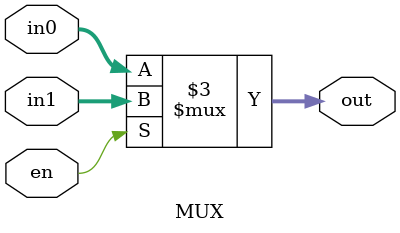
<source format=v>
`timescale 1ns / 1ps

module MUX(
        input [3:0] in1,
        input [3:0] in0,
        input en,
        output reg [3:0] out
    );
  always @(*)
    if(en)
        out = in1 ;
    else
        out = in0;
endmodule

</source>
